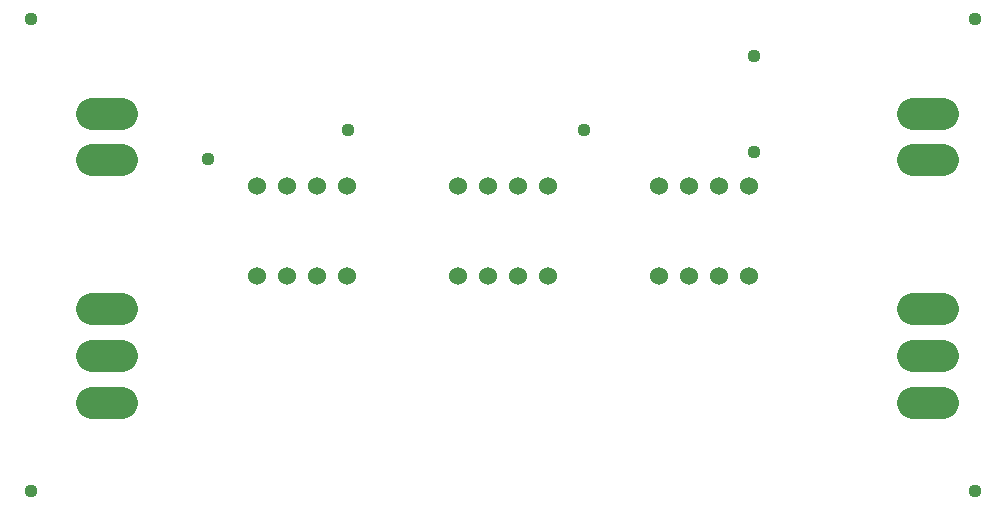
<source format=gbr>
G04 EAGLE Gerber RS-274X export*
G75*
%MOMM*%
%FSLAX34Y34*%
%LPD*%
%INSoldermask Bottom*%
%IPPOS*%
%AMOC8*
5,1,8,0,0,1.08239X$1,22.5*%
G01*
%ADD10C,1.524000*%
%ADD11C,2.717800*%
%ADD12C,1.117600*%


D10*
X241900Y231900D03*
X267300Y231900D03*
X267300Y308100D03*
X241900Y308100D03*
X292700Y231900D03*
X318100Y231900D03*
X292700Y308100D03*
X318100Y308100D03*
X411900Y231900D03*
X437300Y231900D03*
X437300Y308100D03*
X411900Y308100D03*
X462700Y231900D03*
X488100Y231900D03*
X462700Y308100D03*
X488100Y308100D03*
X581900Y231900D03*
X607300Y231900D03*
X607300Y308100D03*
X581900Y308100D03*
X632700Y231900D03*
X658100Y231900D03*
X632700Y308100D03*
X658100Y308100D03*
D11*
X127573Y369812D02*
X102427Y369812D01*
X102427Y330188D02*
X127573Y330188D01*
X797427Y369812D02*
X822573Y369812D01*
X822573Y330188D02*
X797427Y330188D01*
X127573Y125122D02*
X102427Y125122D01*
X102427Y164746D02*
X127573Y164746D01*
X127573Y204370D02*
X102427Y204370D01*
X797427Y125122D02*
X822573Y125122D01*
X822573Y164746D02*
X797427Y164746D01*
X797427Y204370D02*
X822573Y204370D01*
D12*
X200000Y331250D03*
X50000Y50000D03*
X850000Y450000D03*
X850000Y50000D03*
X50000Y450000D03*
X318750Y356250D03*
X518750Y356250D03*
X662500Y337500D03*
X662500Y418750D03*
M02*

</source>
